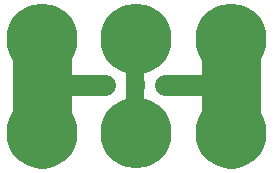
<source format=gbl>
%TF.GenerationSoftware,KiCad,Pcbnew,4.0.7-e2-6376~58~ubuntu16.04.1*%
%TF.CreationDate,2017-10-07T15:22:47-07:00*%
%TF.ProjectId,2x3-Servo-Header,3278332D536572766F2D486561646572,v1.2*%
%TF.FileFunction,Copper,L2,Bot,Signal*%
%FSLAX46Y46*%
G04 Gerber Fmt 4.6, Leading zero omitted, Abs format (unit mm)*
G04 Created by KiCad (PCBNEW 4.0.7-e2-6376~58~ubuntu16.04.1) date Sat Oct  7 15:22:47 2017*
%MOMM*%
%LPD*%
G01*
G04 APERTURE LIST*
%ADD10C,0.350000*%
%ADD11C,1.778000*%
%ADD12C,1.500000*%
%ADD13C,5.000000*%
%ADD14C,1.600000*%
%ADD15C,6.000000*%
%ADD16C,0.350000*%
G04 APERTURE END LIST*
D10*
D11*
X32158400Y-33070800D02*
X26824400Y-33070800D01*
D12*
X34724400Y-37134800D02*
X34724400Y-29134800D01*
D13*
X26824400Y-37634800D02*
X26824400Y-28634800D01*
X42824400Y-37634800D02*
X42824400Y-28634800D01*
D11*
X42572400Y-33070800D02*
X37238400Y-33070800D01*
D14*
X34764400Y-33034800D03*
D15*
X26824400Y-37134800D03*
X26824400Y-29134800D03*
X34824400Y-29134800D03*
X34824400Y-37134800D03*
D14*
X32224400Y-33034800D03*
X37304400Y-33034800D03*
D15*
X42824400Y-29134800D03*
X42824400Y-37134800D03*
D16*
X34764400Y-33034800D03*
X26824400Y-37134800D03*
X26824400Y-29134800D03*
X34824400Y-29134800D03*
X34824400Y-37134800D03*
X32224400Y-33034800D03*
X37304400Y-33034800D03*
X42824400Y-29134800D03*
X42824400Y-37134800D03*
M02*

</source>
